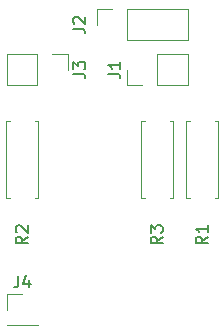
<source format=gbr>
G04 #@! TF.GenerationSoftware,KiCad,Pcbnew,(5.1.2)-2*
G04 #@! TF.CreationDate,2019-11-25T02:53:00-05:00*
G04 #@! TF.ProjectId,esp82single,65737038-3273-4696-9e67-6c652e6b6963,rev?*
G04 #@! TF.SameCoordinates,Original*
G04 #@! TF.FileFunction,Legend,Top*
G04 #@! TF.FilePolarity,Positive*
%FSLAX46Y46*%
G04 Gerber Fmt 4.6, Leading zero omitted, Abs format (unit mm)*
G04 Created by KiCad (PCBNEW (5.1.2)-2) date 2019-11-25 02:53:00*
%MOMM*%
%LPD*%
G04 APERTURE LIST*
%ADD10C,0.120000*%
%ADD11C,0.150000*%
G04 APERTURE END LIST*
D10*
X143570000Y-74990000D02*
X143570000Y-72330000D01*
X140970000Y-74990000D02*
X143570000Y-74990000D01*
X140970000Y-72330000D02*
X143570000Y-72330000D01*
X140970000Y-74990000D02*
X140970000Y-72330000D01*
X139700000Y-74990000D02*
X138370000Y-74990000D01*
X138370000Y-74990000D02*
X138370000Y-73660000D01*
X138430000Y-71180000D02*
X138430000Y-68520000D01*
X138430000Y-71180000D02*
X143570000Y-71180000D01*
X143570000Y-71180000D02*
X143570000Y-68520000D01*
X138430000Y-68520000D02*
X143570000Y-68520000D01*
X135830000Y-68520000D02*
X137160000Y-68520000D01*
X135830000Y-69850000D02*
X135830000Y-68520000D01*
X133410000Y-72330000D02*
X133410000Y-73660000D01*
X132080000Y-72330000D02*
X133410000Y-72330000D01*
X130810000Y-72330000D02*
X130810000Y-74990000D01*
X130810000Y-74990000D02*
X128210000Y-74990000D01*
X130810000Y-72330000D02*
X128210000Y-72330000D01*
X128210000Y-72330000D02*
X128210000Y-74990000D01*
X128210000Y-95310000D02*
X130870000Y-95310000D01*
X128210000Y-95250000D02*
X128210000Y-95310000D01*
X130870000Y-95250000D02*
X130870000Y-95310000D01*
X128210000Y-95250000D02*
X130870000Y-95250000D01*
X128210000Y-93980000D02*
X128210000Y-92650000D01*
X128210000Y-92650000D02*
X129540000Y-92650000D01*
X146150000Y-78010000D02*
X145820000Y-78010000D01*
X146150000Y-84550000D02*
X146150000Y-78010000D01*
X145820000Y-84550000D02*
X146150000Y-84550000D01*
X143410000Y-78010000D02*
X143740000Y-78010000D01*
X143410000Y-84550000D02*
X143410000Y-78010000D01*
X143740000Y-84550000D02*
X143410000Y-84550000D01*
X130580000Y-78010000D02*
X130910000Y-78010000D01*
X130910000Y-78010000D02*
X130910000Y-84550000D01*
X130910000Y-84550000D02*
X130580000Y-84550000D01*
X128500000Y-78010000D02*
X128170000Y-78010000D01*
X128170000Y-78010000D02*
X128170000Y-84550000D01*
X128170000Y-84550000D02*
X128500000Y-84550000D01*
X139930000Y-84550000D02*
X139600000Y-84550000D01*
X139600000Y-84550000D02*
X139600000Y-78010000D01*
X139600000Y-78010000D02*
X139930000Y-78010000D01*
X142010000Y-84550000D02*
X142340000Y-84550000D01*
X142340000Y-84550000D02*
X142340000Y-78010000D01*
X142340000Y-78010000D02*
X142010000Y-78010000D01*
D11*
X136822380Y-73993333D02*
X137536666Y-73993333D01*
X137679523Y-74040952D01*
X137774761Y-74136190D01*
X137822380Y-74279047D01*
X137822380Y-74374285D01*
X137822380Y-72993333D02*
X137822380Y-73564761D01*
X137822380Y-73279047D02*
X136822380Y-73279047D01*
X136965238Y-73374285D01*
X137060476Y-73469523D01*
X137108095Y-73564761D01*
X133842380Y-70183333D02*
X134556666Y-70183333D01*
X134699523Y-70230952D01*
X134794761Y-70326190D01*
X134842380Y-70469047D01*
X134842380Y-70564285D01*
X133937619Y-69754761D02*
X133890000Y-69707142D01*
X133842380Y-69611904D01*
X133842380Y-69373809D01*
X133890000Y-69278571D01*
X133937619Y-69230952D01*
X134032857Y-69183333D01*
X134128095Y-69183333D01*
X134270952Y-69230952D01*
X134842380Y-69802380D01*
X134842380Y-69183333D01*
X133862380Y-73993333D02*
X134576666Y-73993333D01*
X134719523Y-74040952D01*
X134814761Y-74136190D01*
X134862380Y-74279047D01*
X134862380Y-74374285D01*
X133862380Y-73612380D02*
X133862380Y-72993333D01*
X134243333Y-73326666D01*
X134243333Y-73183809D01*
X134290952Y-73088571D01*
X134338571Y-73040952D01*
X134433809Y-72993333D01*
X134671904Y-72993333D01*
X134767142Y-73040952D01*
X134814761Y-73088571D01*
X134862380Y-73183809D01*
X134862380Y-73469523D01*
X134814761Y-73564761D01*
X134767142Y-73612380D01*
X129206666Y-91102380D02*
X129206666Y-91816666D01*
X129159047Y-91959523D01*
X129063809Y-92054761D01*
X128920952Y-92102380D01*
X128825714Y-92102380D01*
X130111428Y-91435714D02*
X130111428Y-92102380D01*
X129873333Y-91054761D02*
X129635238Y-91769047D01*
X130254285Y-91769047D01*
X145232380Y-87796666D02*
X144756190Y-88130000D01*
X145232380Y-88368095D02*
X144232380Y-88368095D01*
X144232380Y-87987142D01*
X144280000Y-87891904D01*
X144327619Y-87844285D01*
X144422857Y-87796666D01*
X144565714Y-87796666D01*
X144660952Y-87844285D01*
X144708571Y-87891904D01*
X144756190Y-87987142D01*
X144756190Y-88368095D01*
X145232380Y-86844285D02*
X145232380Y-87415714D01*
X145232380Y-87130000D02*
X144232380Y-87130000D01*
X144375238Y-87225238D01*
X144470476Y-87320476D01*
X144518095Y-87415714D01*
X129992380Y-87796666D02*
X129516190Y-88130000D01*
X129992380Y-88368095D02*
X128992380Y-88368095D01*
X128992380Y-87987142D01*
X129040000Y-87891904D01*
X129087619Y-87844285D01*
X129182857Y-87796666D01*
X129325714Y-87796666D01*
X129420952Y-87844285D01*
X129468571Y-87891904D01*
X129516190Y-87987142D01*
X129516190Y-88368095D01*
X129087619Y-87415714D02*
X129040000Y-87368095D01*
X128992380Y-87272857D01*
X128992380Y-87034761D01*
X129040000Y-86939523D01*
X129087619Y-86891904D01*
X129182857Y-86844285D01*
X129278095Y-86844285D01*
X129420952Y-86891904D01*
X129992380Y-87463333D01*
X129992380Y-86844285D01*
X141422380Y-87796666D02*
X140946190Y-88130000D01*
X141422380Y-88368095D02*
X140422380Y-88368095D01*
X140422380Y-87987142D01*
X140470000Y-87891904D01*
X140517619Y-87844285D01*
X140612857Y-87796666D01*
X140755714Y-87796666D01*
X140850952Y-87844285D01*
X140898571Y-87891904D01*
X140946190Y-87987142D01*
X140946190Y-88368095D01*
X140422380Y-87463333D02*
X140422380Y-86844285D01*
X140803333Y-87177619D01*
X140803333Y-87034761D01*
X140850952Y-86939523D01*
X140898571Y-86891904D01*
X140993809Y-86844285D01*
X141231904Y-86844285D01*
X141327142Y-86891904D01*
X141374761Y-86939523D01*
X141422380Y-87034761D01*
X141422380Y-87320476D01*
X141374761Y-87415714D01*
X141327142Y-87463333D01*
M02*

</source>
